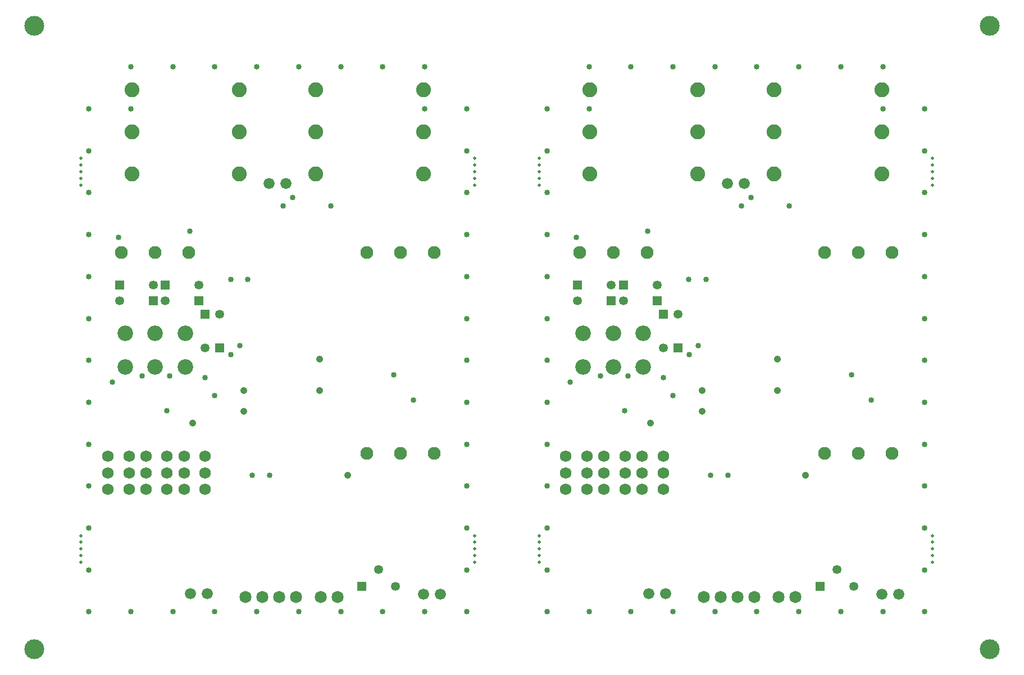
<source format=gbs>
G04*
G04 #@! TF.GenerationSoftware,Altium Limited,Altium Designer,19.1.6 (110)*
G04*
G04 Layer_Color=16711935*
%FSLAX25Y25*%
%MOIN*%
G70*
G01*
G75*
%ADD10C,0.11811*%
%ADD31C,0.01968*%
%ADD73C,0.05315*%
%ADD74R,0.05315X0.05315*%
%ADD75R,0.05315X0.05315*%
%ADD76C,0.06591*%
%ADD77C,0.07678*%
%ADD78C,0.07191*%
%ADD79C,0.09252*%
%ADD80C,0.06890*%
%ADD81C,0.08859*%
%ADD82C,0.03347*%
%ADD83C,0.04091*%
D10*
X11811Y11811D02*
D03*
X578740D02*
D03*
Y381890D02*
D03*
X11811Y381890D02*
D03*
D31*
X311319Y303249D02*
D03*
Y299311D02*
D03*
Y295374D02*
D03*
Y287500D02*
D03*
Y291437D02*
D03*
Y67323D02*
D03*
Y63386D02*
D03*
Y71260D02*
D03*
Y75197D02*
D03*
Y79134D02*
D03*
X544882Y291437D02*
D03*
Y287500D02*
D03*
Y295374D02*
D03*
Y299311D02*
D03*
Y303249D02*
D03*
Y67323D02*
D03*
Y63386D02*
D03*
Y71260D02*
D03*
Y75197D02*
D03*
Y79134D02*
D03*
X273031D02*
D03*
Y75197D02*
D03*
Y71260D02*
D03*
Y63386D02*
D03*
Y67323D02*
D03*
Y303249D02*
D03*
Y299311D02*
D03*
Y295374D02*
D03*
Y287500D02*
D03*
Y291437D02*
D03*
X39469Y79134D02*
D03*
Y75197D02*
D03*
Y71260D02*
D03*
Y63386D02*
D03*
Y67323D02*
D03*
Y291437D02*
D03*
Y287500D02*
D03*
Y295374D02*
D03*
Y299311D02*
D03*
Y303249D02*
D03*
D73*
X121899Y210823D02*
D03*
X113238Y190823D02*
D03*
X62273Y218835D02*
D03*
X89517D02*
D03*
X82273Y228012D02*
D03*
X109517D02*
D03*
X226250Y49051D02*
D03*
X216250Y59051D02*
D03*
X393769Y210823D02*
D03*
X385108Y190823D02*
D03*
X334143Y218835D02*
D03*
X361387D02*
D03*
X354143Y228012D02*
D03*
X381387D02*
D03*
X498120Y49051D02*
D03*
X488120Y59051D02*
D03*
D74*
X121899Y190823D02*
D03*
X113238Y210823D02*
D03*
X393769Y190823D02*
D03*
X385108Y210823D02*
D03*
D75*
X82273Y218835D02*
D03*
X109517D02*
D03*
X62273Y228012D02*
D03*
X89517D02*
D03*
X206250Y49051D02*
D03*
X354143Y218835D02*
D03*
X381387D02*
D03*
X334143Y228012D02*
D03*
X361387D02*
D03*
X478120Y49051D02*
D03*
D76*
X151250Y288421D02*
D03*
X161250D02*
D03*
X104490Y44660D02*
D03*
X114490D02*
D03*
X242779Y44209D02*
D03*
X252779D02*
D03*
X423120Y288421D02*
D03*
X433120D02*
D03*
X376360Y44660D02*
D03*
X386360D02*
D03*
X514649Y44209D02*
D03*
X524649D02*
D03*
D77*
X249009Y247488D02*
D03*
X229009D02*
D03*
X209009D02*
D03*
X249009Y127988D02*
D03*
X229009D02*
D03*
X209009D02*
D03*
X103509Y247488D02*
D03*
X83509D02*
D03*
X63509D02*
D03*
X520880D02*
D03*
X500879D02*
D03*
X480879D02*
D03*
X520880Y127988D02*
D03*
X500879D02*
D03*
X480879D02*
D03*
X375379Y247488D02*
D03*
X355380D02*
D03*
X335380D02*
D03*
D78*
X191663Y42850D02*
D03*
X181663D02*
D03*
X147175Y42850D02*
D03*
X137175D02*
D03*
X167175D02*
D03*
X157175D02*
D03*
X463533Y42850D02*
D03*
X453533D02*
D03*
X419045Y42850D02*
D03*
X409045D02*
D03*
X439045D02*
D03*
X429045D02*
D03*
D79*
X101309Y179450D02*
D03*
X83509D02*
D03*
X65709D02*
D03*
X101309Y199450D02*
D03*
X83509D02*
D03*
X65709D02*
D03*
X373180Y179450D02*
D03*
X355380D02*
D03*
X337579D02*
D03*
X373180Y199450D02*
D03*
X355380D02*
D03*
X337579D02*
D03*
D80*
X100639Y116472D02*
D03*
Y106630D02*
D03*
Y126315D02*
D03*
X113238D02*
D03*
Y106630D02*
D03*
Y116472D02*
D03*
X67962Y116472D02*
D03*
Y126315D02*
D03*
Y106630D02*
D03*
X55364D02*
D03*
Y126315D02*
D03*
Y116472D02*
D03*
X78001Y116472D02*
D03*
Y106630D02*
D03*
Y126315D02*
D03*
X90600D02*
D03*
Y106630D02*
D03*
Y116472D02*
D03*
X372510D02*
D03*
Y106630D02*
D03*
Y126315D02*
D03*
X385108D02*
D03*
Y106630D02*
D03*
Y116472D02*
D03*
X339832Y116472D02*
D03*
Y126315D02*
D03*
Y106630D02*
D03*
X327234D02*
D03*
Y126315D02*
D03*
Y116472D02*
D03*
X349872Y116472D02*
D03*
Y106630D02*
D03*
Y126315D02*
D03*
X362470D02*
D03*
Y106630D02*
D03*
Y116472D02*
D03*
D81*
X178920Y319088D02*
D03*
X242818D02*
D03*
X178920Y344088D02*
D03*
X242818D02*
D03*
X178920Y294088D02*
D03*
X242818D02*
D03*
X69701Y319088D02*
D03*
X133599D02*
D03*
X69701Y344088D02*
D03*
X133599D02*
D03*
X69701Y294088D02*
D03*
X133599D02*
D03*
X450791Y319088D02*
D03*
X514688D02*
D03*
X450791Y344088D02*
D03*
X514688D02*
D03*
X450791Y294088D02*
D03*
X514688D02*
D03*
X341571Y319088D02*
D03*
X405470D02*
D03*
X341571Y344088D02*
D03*
X405470D02*
D03*
X341571Y294088D02*
D03*
X405470D02*
D03*
D82*
X61709Y256236D02*
D03*
X75836Y173942D02*
D03*
X113238Y173067D02*
D03*
X118909Y162240D02*
D03*
X187860Y275072D02*
D03*
X236663Y159583D02*
D03*
X225049Y174740D02*
D03*
X58021Y170311D02*
D03*
X141167Y115131D02*
D03*
X151427Y115147D02*
D03*
X165120Y279902D02*
D03*
X159498Y275072D02*
D03*
X44209Y307788D02*
D03*
X243409Y357588D02*
D03*
X44209Y33888D02*
D03*
X268309Y257988D02*
D03*
X44209Y83688D02*
D03*
X168709Y357588D02*
D03*
X193609Y33888D02*
D03*
X268309Y282888D02*
D03*
Y133488D02*
D03*
X44209D02*
D03*
X268309Y183288D02*
D03*
X44209Y233088D02*
D03*
X69109Y332688D02*
D03*
X268309D02*
D03*
X94009Y33888D02*
D03*
X268309Y58788D02*
D03*
X44209D02*
D03*
X118909Y357588D02*
D03*
X268309Y83688D02*
D03*
X44209Y257988D02*
D03*
X268309Y208188D02*
D03*
X69109Y33888D02*
D03*
X268309Y307788D02*
D03*
X118909Y33888D02*
D03*
X44209Y332688D02*
D03*
X193609Y357588D02*
D03*
X268309Y158388D02*
D03*
X243409Y332688D02*
D03*
Y33888D02*
D03*
X268309Y108588D02*
D03*
X143809Y357588D02*
D03*
X44209Y208188D02*
D03*
X168709Y33888D02*
D03*
X94009Y357588D02*
D03*
X44209Y282888D02*
D03*
X218509Y33888D02*
D03*
X268309D02*
D03*
X218509Y357588D02*
D03*
X44209Y158388D02*
D03*
X69109Y357588D02*
D03*
X268309Y233088D02*
D03*
X44209Y108588D02*
D03*
Y183288D02*
D03*
X143809Y33888D02*
D03*
X92175Y174051D02*
D03*
X133809Y192116D02*
D03*
X128494Y186846D02*
D03*
X138533Y231236D02*
D03*
X128297D02*
D03*
X103986Y259878D02*
D03*
X90305Y153284D02*
D03*
X333579Y256236D02*
D03*
X347706Y173942D02*
D03*
X385108Y173067D02*
D03*
X390779Y162240D02*
D03*
X459730Y275072D02*
D03*
X508533Y159583D02*
D03*
X496919Y174740D02*
D03*
X329891Y170311D02*
D03*
X413037Y115131D02*
D03*
X423297Y115147D02*
D03*
X436991Y279902D02*
D03*
X431368Y275072D02*
D03*
X316079Y307788D02*
D03*
X515279Y357588D02*
D03*
X316079Y33888D02*
D03*
X540179Y257988D02*
D03*
X316079Y83688D02*
D03*
X440580Y357588D02*
D03*
X465480Y33888D02*
D03*
X540179Y282888D02*
D03*
Y133488D02*
D03*
X316079D02*
D03*
X540179Y183288D02*
D03*
X316079Y233088D02*
D03*
X340980Y332688D02*
D03*
X540179D02*
D03*
X365880Y33888D02*
D03*
X540179Y58788D02*
D03*
X316079D02*
D03*
X390779Y357588D02*
D03*
X540179Y83688D02*
D03*
X316079Y257988D02*
D03*
X540179Y208188D02*
D03*
X340980Y33888D02*
D03*
X540179Y307788D02*
D03*
X390779Y33888D02*
D03*
X316079Y332688D02*
D03*
X465480Y357588D02*
D03*
X540179Y158388D02*
D03*
X515279Y332688D02*
D03*
Y33888D02*
D03*
X540179Y108588D02*
D03*
X415680Y357588D02*
D03*
X316079Y208188D02*
D03*
X440580Y33888D02*
D03*
X365880Y357588D02*
D03*
X316079Y282888D02*
D03*
X490379Y33888D02*
D03*
X540179D02*
D03*
X490379Y357588D02*
D03*
X316079Y158388D02*
D03*
X340980Y357588D02*
D03*
X540179Y233088D02*
D03*
X316079Y108588D02*
D03*
Y183288D02*
D03*
X415680Y33888D02*
D03*
X364045Y174051D02*
D03*
X405679Y192116D02*
D03*
X400364Y186846D02*
D03*
X410403Y231236D02*
D03*
X400167D02*
D03*
X375856Y259878D02*
D03*
X362175Y153284D02*
D03*
D83*
X105659Y146098D02*
D03*
X136246Y165193D02*
D03*
Y153087D02*
D03*
X181053Y183857D02*
D03*
X197687Y114898D02*
D03*
X181053Y165193D02*
D03*
X377529Y146098D02*
D03*
X408116Y165193D02*
D03*
Y153087D02*
D03*
X452923Y183857D02*
D03*
X469557Y114898D02*
D03*
X452923Y165193D02*
D03*
M02*

</source>
